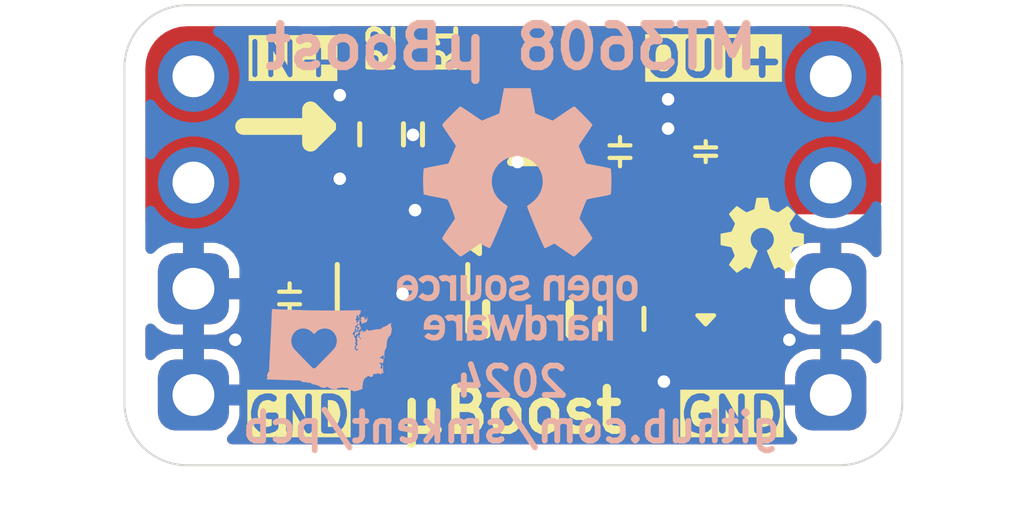
<source format=kicad_pcb>
(kicad_pcb (version 20240108) (generator "pcbnew") (generator_version "8.0")
  (layers (0 "F.Cu" signal) (31 "B.Cu" signal) (34 "B.Paste" user) (35 "F.Paste" user) (36 "B.SilkS" user "B.Silkscreen") (37 "F.SilkS" user "F.Silkscreen") (38 "B.Mask" user) (39 "F.Mask" user) (44 "Edge.Cuts" user))
  (net 0 "")
  (net 1 "VIN")
  (net 2 "GND")
  (net 3 "VOUT")
  (net 4 "/SW")
  (net 5 "Net-(LED1-A)")
  (net 6 "/FB")
  (footprint "Package_TO_SOT_SMD:SOT-23-6" (layer "F.Cu") (at 135 121.5 -90)
    (property "Reference" "U1" (hide yes))
    (property "Value" "MT3608")
    (pad "1" smd roundrect (at -1.1375 -0.95 270) (size 1.325 0.6) (layers "F.Cu" "F.Paste" "F.Mask") (net 4 "/SW"))
    (pad "2" smd roundrect (at -1.1375 0 270) (size 1.325 0.6) (layers "F.Cu" "F.Paste" "F.Mask") (net 2 "GND"))
    (pad "3" smd roundrect (at -1.1375 0.95 270) (size 1.325 0.6) (layers "F.Cu" "F.Paste" "F.Mask") (net 6 "/FB"))
    (pad "4" smd roundrect (at 1.1375 0.95 270) (size 1.325 0.6) (layers "F.Cu" "F.Paste" "F.Mask") (net 1 "VIN"))
    (pad "5" smd roundrect (at 1.1375 0 270) (size 1.325 0.6) (layers "F.Cu" "F.Paste" "F.Mask") (net 1 "VIN"))
    (pad "6" smd roundrect (at 1.1375 -0.95 270) (size 1.325 0.6) (layers "F.Cu" "F.Paste" "F.Mask"))
  )
  (footprint "Resistor_SMD:R_0603_1608Metric_Pad0.98x0.95mm_HandSolder" (layer "F.Cu") (at 140.25 122 90)
    (property "Reference" "R3" (hide yes))
    (property "Value" "10K")
    (pad "1" smd roundrect (at -0.9125 0 90) (size 0.975 0.95) (layers "F.Cu" "F.Paste" "F.Mask") (net 5 "Net-(LED1-A)"))
    (pad "2" smd roundrect (at 0.9125 0 90) (size 0.975 0.95) (layers "F.Cu" "F.Paste" "F.Mask") (net 3 "VOUT"))
  )
  (footprint "passives:L_1008_2520Metric_Molded" (layer "F.Cu") (at 138 122 90)
    (property "Reference" "L1" (hide yes))
    (property "Value" "4u7")
    (pad "1" smd roundrect (at -1.1 0 180) (size 2.2 1) (layers "F.Cu" "F.Paste" "F.Mask") (roundrect_rratio 0.125) (net 1 "VIN"))
    (pad "2" smd roundrect (at 1.1 0 180) (size 2.2 1) (layers "F.Cu" "F.Paste" "F.Mask") (roundrect_rratio 0.125) (net 4 "/SW"))
  )
  (footprint "custom:C_0805_2012Metric_Pad1.18x1.45mm_HandSolder" (layer "F.Cu") (at 132.25 121.5 -90)
    (property "Reference" "C1" (hide yes))
    (property "Value" "22u")
    (pad "1" smd roundrect (at -1.0375 0 270) (size 1.175 1.45) (layers "F.Cu" "F.Paste" "F.Mask") (roundrect_rratio 0.212766) (net 1 "VIN"))
    (pad "2" smd roundrect (at 1.0375 0 270) (size 1.175 1.45) (layers "F.Cu" "F.Paste" "F.Mask") (roundrect_rratio 0.212766) (net 2 "GND"))
  )
  (footprint "graphics:oshw-logo-2mm" (layer "F.Cu") (at 143.6 120)
    (property "Reference" "G***" (hide yes))
    (property "Value" "LOGO" (hide yes))
  )
  (footprint "custom:C_0805_2012Metric_Pad1.18x1.45mm_HandSolder" (layer "F.Cu") (at 140.25 118 90)
    (property "Reference" "C2" (hide yes))
    (property "Value" "22u")
    (pad "1" smd roundrect (at -1.0375 0 90) (size 1.175 1.45) (layers "F.Cu" "F.Paste" "F.Mask") (roundrect_rratio 0.212766) (net 3 "VOUT"))
    (pad "2" smd roundrect (at 1.0375 0 90) (size 1.175 1.45) (layers "F.Cu" "F.Paste" "F.Mask") (roundrect_rratio 0.212766) (net 2 "GND"))
  )
  (footprint "Resistor_SMD:R_0603_1608Metric_Pad0.98x0.95mm_HandSolder" (layer "F.Cu") (at 136 117.5875 90)
    (property "Reference" "R1" (hide yes))
    (property "Value" "75K")
    (pad "1" smd roundrect (at -0.9125 0 90) (size 0.975 0.95) (layers "F.Cu" "F.Paste" "F.Mask") (net 6 "/FB"))
    (pad "2" smd roundrect (at 0.9125 0 90) (size 0.975 0.95) (layers "F.Cu" "F.Paste" "F.Mask") (net 3 "VOUT"))
  )
  (footprint "Resistor_SMD:R_0603_1608Metric_Pad0.98x0.95mm_HandSolder" (layer "F.Cu") (at 134.5 117.5875 -90)
    (property "Reference" "R2" (hide yes))
    (property "Value" "10K")
    (pad "1" smd roundrect (at -0.9125 0 270) (size 0.975 0.95) (layers "F.Cu" "F.Paste" "F.Mask") (net 2 "GND"))
    (pad "2" smd roundrect (at 0.9125 0 270) (size 0.975 0.95) (layers "F.Cu" "F.Paste" "F.Mask") (net 6 "/FB"))
  )
  (footprint "passives:D_SOD-123F" (layer "F.Cu") (at 138 118 -90)
    (property "Reference" "D1" (hide yes))
    (property "Value" "DSK36")
    (pad "1" smd roundrect (at -1.4 0 270) (size 1.1 1.1) (layers "F.Cu" "F.Paste" "F.Mask") (roundrect_rratio 0.2272727273) (net 3 "VOUT"))
    (pad "2" smd roundrect (at 1.4 0 270) (size 1.1 1.1) (layers "F.Cu" "F.Paste" "F.Mask") (roundrect_rratio 0.2272727273) (net 4 "/SW"))
  )
  (footprint "custom:LED_0603_1608Metric_Pad1.05x0.95mm_HandSolder_simple" (layer "F.Cu") (at 142.25 122 90)
    (property "Reference" "LED1" (hide yes))
    (property "Value" "LED_Small")
    (pad "1" smd roundrect (at -0.875 0 90) (size 1.05 0.95) (layers "F.Cu" "F.Paste" "F.Mask") (net 2 "GND"))
    (pad "2" smd roundrect (at 0.875 0 90) (size 1.05 0.95) (layers "F.Cu" "F.Paste" "F.Mask") (net 5 "Net-(LED1-A)"))
  )
  (footprint "custom:C_0603_1608Metric_Pad1.08x0.95mm_HandSolder" (layer "F.Cu") (at 142.25 118 90)
    (property "Reference" "C3" (hide yes))
    (property "Value" "10u")
    (pad "1" smd roundrect (at -0.8625 0 90) (size 1.075 0.95) (layers "F.Cu" "F.Paste" "F.Mask") (net 3 "VOUT"))
    (pad "2" smd roundrect (at 0.8625 0 90) (size 1.075 0.95) (layers "F.Cu" "F.Paste" "F.Mask") (net 2 "GND"))
  )
  (footprint "Symbol:OSHW-Logo_5.7x6mm_SilkScreen" (layer "B.Cu") (at 137.75 119.5 180)
    (property "Reference" "REF**" (hide yes))
    (property "Value" "OSHW-Logo_5.7x6mm_SilkScreen" (hide yes))
  )
  (footprint "graphics:wa-state-heart-3mm" (layer "B.Cu") (at 133.25 122.75 180)
    (property "Reference" "G***" (hide yes))
    (property "Value" "LOGO" (hide yes))
  )
  (footprint "custom:PinHeader_1x04_P2.54mm_Vertical_simple_pad3,4gnd" (layer "B.Cu") (at 145.24 116.2 180)
    (property "Reference" "J2" (hide yes))
    (property "Value" "Pin headers")
    (pad "1" thru_hole oval (at 0 0 180) (size 1.7 1.7) (drill 1) (layers "*.Cu" "*.Mask") (net 3 "VOUT"))
    (pad "2" thru_hole oval (at 0 -2.54 180) (size 1.7 1.7) (drill 1) (layers "*.Cu" "*.Mask") (net 3 "VOUT"))
    (pad "3" thru_hole roundrect (at 0 -5.08 180) (size 1.7 1.7) (drill 1) (layers "*.Cu" "*.Mask") (net 2 "GND"))
    (pad "4" thru_hole roundrect (at 0 -7.62 180) (size 1.7 1.7) (drill 1) (layers "*.Cu" "*.Mask") (net 2 "GND"))
  )
  (footprint "custom:PinHeader_1x04_P2.54mm_Vertical_simple_pad3,4gnd" (layer "B.Cu") (at 130 116.2 180)
    (property "Reference" "J1" (hide yes))
    (property "Value" "Pin headers")
    (pad "1" thru_hole oval (at 0 0 180) (size 1.7 1.7) (drill 1) (layers "*.Cu" "*.Mask") (net 1 "VIN"))
    (pad "2" thru_hole oval (at 0 -2.54 180) (size 1.7 1.7) (drill 1) (layers "*.Cu" "*.Mask") (net 1 "VIN"))
    (pad "3" thru_hole roundrect (at 0 -5.08 180) (size 1.7 1.7) (drill 1) (layers "*.Cu" "*.Mask") (net 2 "GND"))
    (pad "4" thru_hole roundrect (at 0 -7.62 180) (size 1.7 1.7) (drill 1) (layers "*.Cu" "*.Mask") (net 2 "GND"))
  )
  (gr_poly (pts (xy 132.8 117.8) (xy 132.8 117) (xy 133.2 117.4)) (stroke (width 0.4)) (fill solid) (layer "F.SilkS"))
  (gr_line (start 131.2 117.4) (end 133.2 117.4) (stroke (width 0.4)) (layer "F.SilkS"))
  (gr_line (start 128.35 124) (end 128.35 116) (stroke (width 0.05)) (layer "Edge.Cuts"))
  (gr_line (start 129.85 114.5) (end 145.45 114.5) (stroke (width 0.05)) (layer "Edge.Cuts"))
  (gr_arc (start 128.35 116) (mid 128.78934 114.93934) (end 129.85 114.5) (stroke (width 0.05)) (layer "Edge.Cuts"))
  (gr_arc (start 146.95 124) (mid 146.51066 125.06066) (end 145.45 125.5) (stroke (width 0.05)) (layer "Edge.Cuts"))
  (gr_arc (start 145.45 114.5) (mid 146.51066 114.93934) (end 146.95 116) (stroke (width 0.05)) (layer "Edge.Cuts"))
  (gr_line (start 145.45 125.5) (end 129.85 125.5) (stroke (width 0.05)) (layer "Edge.Cuts"))
  (gr_line (start 146.95 116) (end 146.95 124) (stroke (width 0.05)) (layer "Edge.Cuts"))
  (gr_arc (start 129.85 125.5) (mid 128.78934 125.06066) (end 128.35 124) (stroke (width 0.05)) (layer "Edge.Cuts"))
  (gr_text "MT3608 µBoost" (at 137.6 115.5 -0) (layer "B.SilkS") (effects (font (size 1 1) (thickness 0.2) (bold yes)) (justify mirror)))
  (gr_text "github.com/smkent/pcb" (at 137.6 125 -0) (layer "B.SilkS") (effects (font (size 0.7 0.7) (thickness 0.14) (bold yes)) (justify bottom mirror)))
  (gr_text "2024" (at 137.6 123.5 -0) (layer "B.SilkS") (effects (font (size 0.7 0.7) (thickness 0.14) (bold yes)) (justify mirror)))
  (gr_text "GND" (at 144.2 124.3 0) (layer "F.SilkS" knockout) (effects (font (size 0.8 0.8) (thickness 0.16) (bold yes)) (justify right)))
  (gr_text "IN+" (at 131.2 115.8 0) (layer "F.SilkS" knockout) (effects (font (size 0.8 0.8) (thickness 0.12) (bold yes)) (justify left)))
  (gr_text "R1" (at 136 116.2 90) (layer "F.SilkS") (effects (font (size 0.6 0.6) (thickness 0.12) (bold yes)) (justify left)))
  (gr_text "µBoost" (at 137.6 124.2 0) (layer "F.SilkS") (effects (font (size 1 1) (thickness 0.2) (bold yes))))
  (gr_text "GND" (at 131.2 124.3 0) (layer "F.SilkS" knockout) (effects (font (size 0.8 0.8) (thickness 0.16) (bold yes)) (justify left)))
  (gr_text "R2" (at 134.5 116.2 90) (layer "F.SilkS") (effects (font (size 0.6 0.6) (thickness 0.12) (bold yes)) (justify left)))
  (gr_text "OUT+" (at 144.2 115.8 0) (layer "F.SilkS" knockout) (effects (font (size 0.8 0.8) (thickness 0.16) (bold yes)) (justify right)))
  (segment (start 142.25 123.95) (end 142.25 122.875) (width 0.2) (layer "F.Cu") (net 2))
  (segment (start 140.675 122.125) (end 141.2 121.6) (width 0.2) (layer "F.Cu") (net 2))
  (segment (start 135 119.700001) (end 135.3 119.400001) (width 0.2) (layer "F.Cu") (net 2))
  (segment (start 139.154506 122.3) (end 139.329506 122.125) (width 0.2) (layer "F.Cu") (net 2))
  (segment (start 137.445494 122.3) (end 139.154506 122.3) (width 0.2) (layer "F.Cu") (net 2))
  (segment (start 142.2 124) (end 142.25 123.95) (width 0.2) (layer "F.Cu") (net 2))
  (segment (start 134.6 116.775) (end 134.5 116.675) (width 0.2) (layer "F.Cu") (net 2))
  (segment (start 141.2 121.6) (end 141.2 120.883278) (width 0.2) (layer "F.Cu") (net 2))
  (segment (start 135.412501 119.2875) (end 136.5125 119.2875) (width 0.2) (layer "F.Cu") (net 2))
  (segment (start 143.88 121.28) (end 145.24 121.28) (width 0.2) (layer "F.Cu") (net 2))
  (segment (start 135.300001 119.400001) (end 135.300001 119.4) (width 0.2) (layer "F.Cu") (net 2))
  (segment (start 135 120.3625) (end 135 119.700001) (width 0.2) (layer "F.Cu") (net 2))
  (segment (start 136.775 117.775) (end 136.6 117.6) (width 0.2) (layer "F.Cu") (net 2))
  (segment (start 142.8 120.2) (end 143.88 121.28) (width 0.2) (layer "F.Cu") (net 2))
  (segment (start 141.883278 120.2) (end 142.8 120.2) (width 0.2) (layer "F.Cu") (net 2))
  (segment (start 139.329506 122.125) (end 140.675 122.125) (width 0.2) (layer "F.Cu") (net 2))
  (segment (start 141.2 120.883278) (end 141.883278 120.2) (width 0.2) (layer "F.Cu") (net 2))
  (segment (start 135 121.4) (end 136.545494 121.4) (width 0.2) (layer "F.Cu") (net 2))
  (segment (start 136.545494 121.4) (end 137.445494 122.3) (width 0.2) (layer "F.Cu") (net 2))
  (segment (start 134.6 117.6) (end 134.6 116.775) (width 0.2) (layer "F.Cu") (net 2))
  (segment (start 136.6 117.6) (end 135.2 117.6) (width 0.2) (layer "F.Cu") (net 2))
  (segment (start 135.300001 119.4) (end 135.412501 119.2875) (width 0.2) (layer "F.Cu") (net 2))
  (segment (start 139.4 124) (end 142.2 124) (width 0.2) (layer "F.Cu") (net 2))
  (segment (start 135.3 119.400001) (end 135.300001 119.400001) (width 0.2) (layer "F.Cu") (net 2))
  (segment (start 135.2 117.6) (end 134.6 117.6) (width 0.2) (layer "F.Cu") (net 2))
  (segment (start 136.5125 119.2875) (end 136.775 119.025) (width 0.2) (layer "F.Cu") (net 2))
  (segment (start 139.4 122.545494) (end 139.4 124) (width 0.2) (layer "F.Cu") (net 2))
  (segment (start 135 120.3625) (end 135 121.4) (width 0.2) (layer "F.Cu") (net 2))
  (segment (start 139.154506 122.3) (end 139.4 122.545494) (width 0.2) (layer "F.Cu") (net 2))
  (segment (start 136.775 119.025) (end 136.775 117.775) (width 0.2) (layer "F.Cu") (net 2))
  (via (at 135.25 117.6) (size 0.6) (drill 0.3) (layers "F.Cu" "B.Cu") (net 2))
  (via (at 133.5 116.65) (size 0.6) (drill 0.3) (layers "F.Cu" "B.Cu") (net 2))
  (via (at 137.75 118.25) (size 0.6) (drill 0.3) (layers "F.Cu" "B.Cu") (net 2))
  (via (at 131 122.5) (size 0.6) (drill 0.3) (layers "F.Cu" "B.Cu") (net 2))
  (via (at 141.35 117.45) (size 0.6) (drill 0.3) (layers "F.Cu" "B.Cu") (net 2))
  (via (at 141.25 123.5) (size 0.6) (drill 0.3) (layers "F.Cu" "B.Cu") (net 2))
  (via (at 141.35 116.75) (size 0.6) (drill 0.3) (layers "F.Cu" "B.Cu") (net 2))
  (via (at 135.300001 119.400001) (size 0.6) (drill 0.3) (layers "F.Cu" "B.Cu") (net 2))
  (via (at 133.5 118.65) (size 0.6) (drill 0.3) (layers "F.Cu" "B.Cu") (net 2))
  (via (at 144.25 122.5) (size 0.6) (drill 0.3) (layers "F.Cu" "B.Cu") (net 2))
  (via (at 135 121.4) (size 0.6) (drill 0.3) (layers "F.Cu" "B.Cu") (net 2))
  (segment (start 138 116.6) (end 136.075 116.6) (width 0.2) (layer "F.Cu") (net 3))
  (segment (start 136.075 116.6) (end 136 116.675) (width 0.2) (layer "F.Cu") (net 3))
  (segment (start 140.4625 122.9125) (end 142.25 121.125) (width 0.2) (layer "F.Cu") (net 5))
  (segment (start 140.25 122.9125) (end 140.4625 122.9125) (width 0.2) (layer "F.Cu") (net 5))
  (segment (start 134.05 118.95) (end 134.05 120.3625) (width 0.2) (layer "F.Cu") (net 6))
  (segment (start 136 118.5) (end 134.5 118.5) (width 0.2) (layer "F.Cu") (net 6))
  (segment (start 134.5 118.5) (end 134.05 118.95) (width 0.2) (layer "F.Cu") (net 6))
  (zone (net 3) (net_name "VOUT") (layer "F.Cu") (priority 1) (connect_pads yes (clearance 0)) (min_thickness 0.25) (fill yes (thermal_gap 0.5) (thermal_bridge_width 0.5) (smoothing fillet) (radius 0.5))
    (polygon (pts (xy 139.5 119.25) (xy 139.5 119.55) (xy 139.75 119.8) (xy 139.75 121.5) (xy 140.75 121.5) (xy 140.75 120.75) (xy 142 119.5) (xy 146.5 119.5) (xy 146.5 115) (xy 143 115) (xy 143 118) (xy 139.5 118) (xy 139.15 117.6) (xy 139.15 116) (xy 137.5 116) (xy 137.5 117.4) (xy 138.75 118.5)))
  )
  (zone (net 4) (net_name "/SW") (layer "F.Cu") (priority 1) (connect_pads yes (clearance 0)) (min_thickness 0.25) (fill yes (thermal_gap 0.5) (thermal_bridge_width 0.5) (smoothing fillet) (radius 0.5))
    (polygon (pts (xy 139 121.5) (xy 139 120.25) (xy 138.5 119.75) (xy 138.5 119) (xy 137.5 119) (xy 136.75 119.75) (xy 135.75 119.75) (xy 135.75 121) (xy 136.25 121) (xy 136.75 121.5)))
  )
  (zone (net 1) (net_name "VIN") (layer "F.Cu") (priority 1) (connect_pads yes (clearance 0)) (min_thickness 0.25) (fill yes (thermal_gap 0.5) (thermal_bridge_width 0.5) (smoothing fillet) (radius 0.5))
    (polygon (pts (xy 128.8 115) (xy 128.8 120) (xy 131.6 120) (xy 131.6 121) (xy 132 121) (xy 133.2 122.2) (xy 133.2 123.6) (xy 133.8 124.2) (xy 139.2 124.2) (xy 139.2 122.6) (xy 136.8 122.6) (xy 136.2 123.2) (xy 135.6 123.2) (xy 135.6 122) (xy 134.8 122) (xy 133.6 120.8) (xy 133.6 120) (xy 133 119.4) (xy 133 115)))
  )
  (zone (net 2) (net_name "GND") (layers "F&B.Cu") (connect_pads (clearance 0.25)) (min_thickness 0.25) (fill yes (thermal_gap 0.25) (thermal_bridge_width 0.5))
    (polygon (pts (xy 127.89 114.5) (xy 147.39 114.5) (xy 147.39 125.5) (xy 144.89 125.5) (xy 143.69 125.5) (xy 143.09 125.5) (xy 142.49 125.5) (xy 127.89 125.5)))
  )
)
</source>
